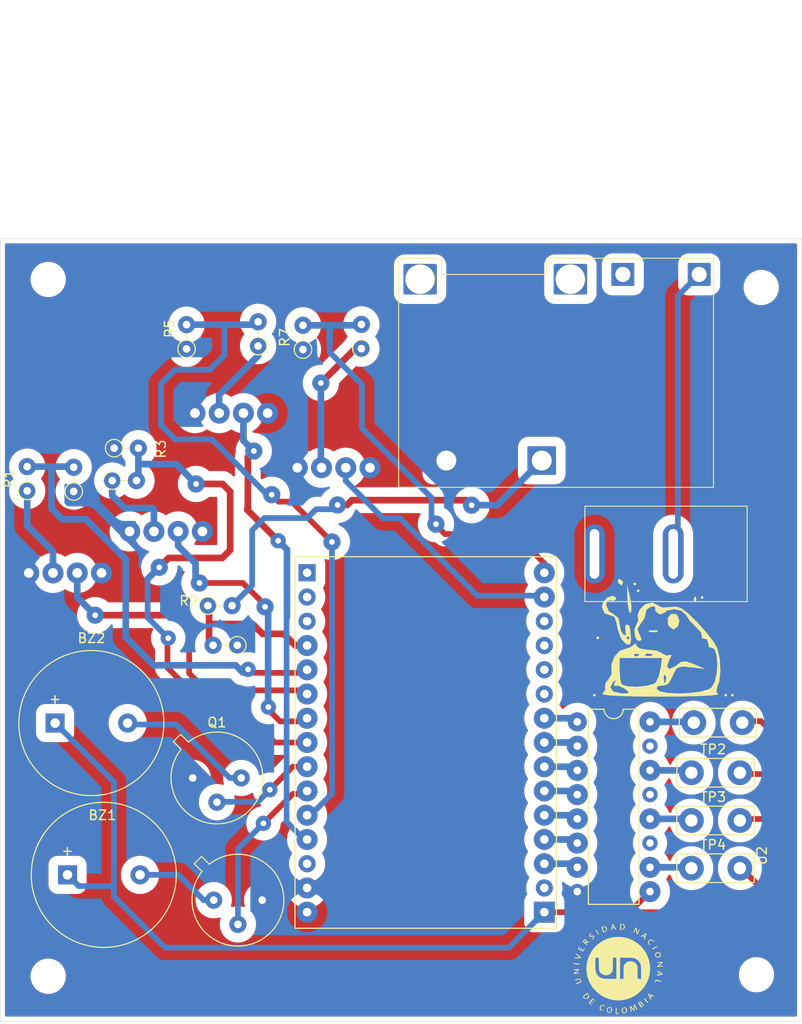
<source format=kicad_pcb>
(kicad_pcb (version 20241229) (generator "pcbnew") (generator_version "9.0")
  (layers (0 "F.Cu" signal) (2 "B.Cu" signal) (13 "F.Paste" user) (15 "B.Paste" user) (5 "F.SilkS" user "F.Silkscreen") (7 "B.SilkS" user "B.Silkscreen") (1 "F.Mask" user) (3 "B.Mask" user) (25 "Edge.Cuts" user))
  (net 0 "")
  (net 1 "ECHO1")
  (net 2 "Net-(U4-ECHO)")
  (net 3 "ECHO2")
  (net 4 "Net-(U3-ECHO)")
  (net 5 "ECHO3")
  (net 6 "Net-(U5-ECHO)")
  (net 7 "ECHO4")
  (net 8 "Net-(U6-ECHO)")
  (net 9 "TRIG3")
  (net 10 "+5V")
  (net 11 "TRIG1")
  (net 12 "TRIG2")
  (net 13 "TRIG4")
  (net 14 "+3.3V")
  (net 16 "Net-(U2-O1)")
  (net 17 "Net-(U2-O3)")
  (net 18 "Net-(U2-O5)")
  (net 19 "Net-(U2-O7)")
  (net 22 "Vout_+")
  (net 28 "Net-(U2-I2)")
  (net 29 "Net-(U2-I6)")
  (net 30 "Net-(U2-I7)")
  (net 31 "Net-(U2-I5)")
  (net 32 "Net-(U2-I3)")
  (net 33 "Net-(U2-I1)")
  (net 34 "Net-(U2-I4)")
  (net 35 "GND")
  (net 36 "+BATT")
  (net 37 "Net-(BZ2--)")
  (net 38 "/vout_bat_adc")
  (net 39 "/buzzer1")
  (net 40 "/buzzer2")
  (net 41 "BAT_+")
  (net 42 "Net-(BZ1--)")
  (net 43 "IN_")
  (footprint "MountingHole:MountingHole_3.2mm_M3" (layer "F.Cu") (at 22.025 21.025)
    (property "Reference" "REF**" (hide yes))
    (property "Value" "MountingHole_3.2mm_M3" (hide yes))
    (pad "" np_thru_hole circle (at 0 0) (size 3.2 3.2) (drill 3.2) (layers "*.Cu" "*.Mask"))
  )
  (footprint "Library:CARGADOR" (layer "F.Cu") (at 96.75 -8 180)
    (property "Reference" "U8" (hide yes))
    (property "Value" "~" (hide yes))
    (pad "1" thru_hole roundrect (at 23 -48 180) (size 3 3) (drill 2) (layers "*.Cu" "*.Mask") (roundrect_rratio 0.05) (net 36 "+BATT"))
    (pad "2" thru_hole roundrect (at 33 -48 180) (size 3 3) (drill 2) (layers "*.Cu" "*.Mask") (roundrect_rratio 0.05) (net 35 "GND"))
    (pad "4" thru_hole roundrect (at 20 -29 180) (size 3.5 3.2) (drill 3) (layers "*.Cu" "*.Mask") (roundrect_rratio 0.05) (net 41 "BAT_+"))
    (pad "5" thru_hole roundrect (at 14.5 -28.5 180) (size 2.4 2.4) (drill 1.5) (layers "*.Cu" "*.Mask") (roundrect_rratio 0.05) (net 43 "IN_"))
    (pad "6" thru_hole roundrect (at 6.5 -28.5 180) (size 2.4 2.4) (drill 1.5) (layers "*.Cu" "*.Mask") (roundrect_rratio 0.05) (net 22 "Vout_+"))
    (pad "7" thru_hole roundrect (at 35.75 -29 180) (size 3.5 3.2) (drill 3) (layers "*.Cu" "*.Mask") (roundrect_rratio 0.05))
  )
  (footprint "TestPoint:TestPoint_Bridge_Pitch5.08mm_Drill1.3mm" (layer "F.Cu") (at 94.5125 72.705 180)
    (property "Reference" "TP2" (at 2.8 2.457228 0) (layer "F.SilkS"))
    (property "Value" "TestPoint_2Pole" (hide yes))
    (pad "1" thru_hole circle (at 0 0 180) (size 2.6 2.6) (drill 1.3) (layers "*.Cu" "*.Mask") (net 14 "+3.3V"))
    (pad "1" thru_hole circle (at 5.08 0 180) (size 2.6 2.6) (drill 1.3) (layers "*.Cu" "*.Mask") (net 17 "Net-(U2-O3)"))
  )
  (footprint "MountingHole:MountingHole_3.2mm_M3" (layer "F.Cu") (at 22.025 94.025)
    (property "Reference" "REF**" (hide yes))
    (property "Value" "MountingHole_3.2mm_M3" (hide yes))
    (pad "" np_thru_hole circle (at 0 0) (size 3.2 3.2) (drill 3.2) (layers "*.Cu" "*.Mask"))
  )
  (footprint "Library:SWITCH" (layer "F.Cu") (at 85.275 49.775 -90)
    (property "Reference" "SW2" (hide yes))
    (property "Value" "SW_DPST_x2" (hide yes))
    (pad "1" thru_hole oval (at 0 6 270) (size 6.2 2.2) (drill oval 5.2 1) (layers "*.Cu" "*.Mask") (net 10 "+5V"))
    (pad "2" thru_hole oval (at 0 -2.25 270) (size 6.2 2.2) (drill oval 5.2 1) (layers "*.Cu" "*.Mask") (net 22 "Vout_+"))
  )
  (footprint "Resistor_THT:R_Axial_DIN0204_L3.6mm_D1.6mm_P2.54mm_Vertical" (layer "F.Cu") (at 44.025 28 90)
    (property "Reference" "R6" (hide yes))
    (property "Value" "10 Kohm")
    (pad "1" thru_hole circle (at 0 0 90) (size 1.8 1.8) (drill 0.8) (layers "*.Cu" "*.Mask") (net 6 "Net-(U5-ECHO)"))
    (pad "2" thru_hole circle (at 2.54 0 90) (size 1.8 1.8) (drill 0.8) (layers "*.Cu" "*.Mask") (net 5 "ECHO3"))
  )
  (footprint "MountingHole:MountingHole_3.2mm_M3" (layer "F.Cu") (at 96.75 21.867772)
    (property "Reference" "REF**" (hide yes))
    (property "Value" "MountingHole_3.2mm_M3" (hide yes))
    (pad "" np_thru_hole circle (at 0 0) (size 3.2 3.2) (drill 3.2) (layers "*.Cu" "*.Mask"))
  )
  (footprint "Resistor_THT:R_Axial_DIN0204_L3.6mm_D1.6mm_P2.54mm_Vertical" (layer "F.Cu") (at 19.825 43.175 90)
    (property "Reference" "R1" (at 1.27 -1.92 90) (layer "F.SilkS"))
    (property "Value" "10 Kohm" (hide yes))
    (pad "1" thru_hole circle (at 0 0 90) (size 1.8 1.8) (drill 0.8) (layers "*.Cu" "*.Mask") (net 2 "Net-(U4-ECHO)"))
    (pad "2" thru_hole circle (at 2.54 0 90) (size 1.8 1.8) (drill 0.8) (layers "*.Cu" "*.Mask") (net 1 "ECHO1"))
  )
  (footprint "Package_TO_SOT_THT:TO-39-3" (layer "F.Cu") (at 37.17 73.25)
    (property "Reference" "Q1" (at 2.54 -5.81 0) (layer "F.SilkS"))
    (property "Value" "Q_NPN_EBC")
    (pad "1" thru_hole circle (at 0 0) (size 1.8 1.8) (drill 0.8) (layers "*.Cu" "*.Mask") (net 35 "GND"))
    (pad "2" thru_hole circle (at 2.54 2.54) (size 1.8 1.8) (drill 0.8) (layers "*.Cu" "*.Mask") (net 40 "/buzzer2"))
    (pad "3" thru_hole circle (at 5.08 0) (size 1.8 1.8) (drill 0.8) (layers "*.Cu" "*.Mask") (net 37 "Net-(BZ2--)"))
  )
  (footprint "TestPoint:TestPoint_Bridge_Pitch5.08mm_Drill1.3mm" (layer "F.Cu") (at 94.7625 67.455 180)
    (property "Reference" "TP1" (hide yes))
    (property "Value" "TestPoint_2Pole")
    (pad "1" thru_hole circle (at 0 0 180) (size 2.6 2.6) (drill 1.3) (layers "*.Cu" "*.Mask") (net 14 "+3.3V"))
    (pad "1" thru_hole circle (at 5.08 0 180) (size 2.6 2.6) (drill 1.3) (layers "*.Cu" "*.Mask") (net 16 "Net-(U2-O1)"))
  )
  (footprint "Resistor_THT:R_Axial_DIN0204_L3.6mm_D1.6mm_P2.54mm_Vertical" (layer "F.Cu") (at 28.735 42.1)
    (property "Reference" "R4" (hide yes))
    (property "Value" "10 Kohm")
    (pad "1" thru_hole circle (at 0 0) (size 1.8 1.8) (drill 0.8) (layers "*.Cu" "*.Mask") (net 4 "Net-(U3-ECHO)"))
    (pad "2" thru_hole circle (at 2.54 0) (size 1.8 1.8) (drill 0.8) (layers "*.Cu" "*.Mask") (net 3 "ECHO2"))
  )
  (footprint "Resistor_THT:R_Axial_DIN0204_L3.6mm_D1.6mm_P2.54mm_Vertical" (layer "F.Cu") (at 38.755 55.2)
    (property "Reference" "R9" (at -2.005 -0.5 0) (layer "F.SilkS"))
    (property "Value" "100 Kohm" (hide yes))
    (pad "1" thru_hole circle (at 0 0) (size 1.8 1.8) (drill 0.8) (layers "*.Cu" "*.Mask") (net 38 "/vout_bat_adc"))
    (pad "2" thru_hole circle (at 2.54 0) (size 1.8 1.8) (drill 0.8) (layers "*.Cu" "*.Mask") (net 36 "+BATT"))
  )
  (footprint "TestPoint:TestPoint_Bridge_Pitch5.08mm_Drill1.3mm" (layer "F.Cu") (at 94.5125 82.705 180)
    (property "Reference" "TP4" (at 2.8 2.457228 0) (layer "F.SilkS"))
    (property "Value" "TestPoint_2Pole" (hide yes))
    (pad "1" thru_hole circle (at 0 0 180) (size 2.6 2.6) (drill 1.3) (layers "*.Cu" "*.Mask") (net 14 "+3.3V"))
    (pad "1" thru_hole circle (at 5.08 0 180) (size 2.6 2.6) (drill 1.3) (layers "*.Cu" "*.Mask") (net 19 "Net-(U2-O7)"))
  )
  (footprint "Resistor_THT:R_Axial_DIN0204_L3.6mm_D1.6mm_P2.54mm_Vertical" (layer "F.Cu") (at 48.725 28.37 90)
    (property "Reference" "R7" (at 1.27 -1.92 90) (layer "F.SilkS"))
    (property "Value" "15Kohm" (hide yes))
    (pad "1" thru_hole circle (at 0 0 90) (size 1.8 1.8) (drill 0.8) (layers "*.Cu" "*.Mask") (net 35 "GND"))
    (pad "2" thru_hole circle (at 2.54 0 90) (size 1.8 1.8) (drill 0.8) (layers "*.Cu" "*.Mask") (net 7 "ECHO4"))
  )
  (footprint "MountingHole:MountingHole_3.2mm_M3" (layer "F.Cu") (at 96.25 93.867772)
    (property "Reference" "REF**" (hide yes))
    (property "Value" "MountingHole_3.2mm_M3" (hide yes))
    (pad "" np_thru_hole circle (at 0 0) (size 3.2 3.2) (drill 3.2) (layers "*.Cu" "*.Mask"))
  )
  (footprint "HC-SR04 (1):XCVR_HC-SR04" (layer "F.Cu") (at 41.215 35.03 180)
    (property "Reference" "U5" (hide yes))
    (property "Value" "HC-SR04" (hide yes))
    (pad "1" thru_hole circle (at -3.81 0 180) (size 2.2 2.2) (drill 1.02) (layers "*.Cu" "*.Mask") (net 10 "+5V"))
    (pad "2" thru_hole circle (at -1.27 0 180) (size 2.2 2.2) (drill 1.02) (layers "*.Cu" "*.Mask") (net 9 "TRIG3"))
    (pad "3" thru_hole circle (at 1.27 0 180) (size 2.2 2.2) (drill 1.02) (layers "*.Cu" "*.Mask") (net 6 "Net-(U5-ECHO)"))
    (pad "4" thru_hole circle (at 3.81 0 180) (size 2.2 2.2) (drill 1.02) (layers "*.Cu" "*.Mask") (net 35 "GND"))
  )
  (footprint "Resistor_THT:R_Axial_DIN0204_L3.6mm_D1.6mm_P2.54mm_Vertical" (layer "F.Cu") (at 28.935 38.7)
    (property "Reference" "R3" (at 4.900971 0.1 90) (layer "F.SilkS"))
    (property "Value" "15Kohm" (hide yes))
    (pad "1" thru_hole circle (at 0 0) (size 1.8 1.8) (drill 0.8) (layers "*.Cu" "*.Mask") (net 35 "GND"))
    (pad "2" thru_hole circle (at 2.54 0) (size 1.8 1.8) (drill 0.8) (layers "*.Cu" "*.Mask") (net 3 "ECHO2"))
  )
  (footprint "HC-SR04 (1):XCVR_HC-SR04" (layer "F.Cu") (at 51.94 40.75 180)
    (property "Reference" "U6" (hide yes))
    (property "Value" "HC-SR04" (hide yes))
    (pad "1" thru_hole circle (at -3.81 0 180) (size 2.2 2.2) (drill 1.02) (layers "*.Cu" "*.Mask") (net 10 "+5V"))
    (pad "2" thru_hole circle (at -1.27 0 180) (size 2.2 2.2) (drill 1.02) (layers "*.Cu" "*.Mask") (net 13 "TRIG4"))
    (pad "3" thru_hole circle (at 1.27 0 180) (size 2.2 2.2) (drill 1.02) (layers "*.Cu" "*.Mask") (net 8 "Net-(U6-ECHO)"))
    (pad "4" thru_hole circle (at 3.81 0 180) (size 2.2 2.2) (drill 1.02) (layers "*.Cu" "*.Mask") (net 35 "GND"))
  )
  (footprint "Resistor_THT:R_Axial_DIN0204_L3.6mm_D1.6mm_P2.54mm_Vertical" (layer "F.Cu") (at 36.525 28.3 90)
    (property "Reference" "R5" (at 2.125 -1.775 90) (layer "F.SilkS"))
    (property "Value" "15Kohm" (hide yes))
    (pad "1" thru_hole circle (at 0 0 90) (size 1.8 1.8) (drill 0.8) (layers "*.Cu" "*.Mask") (net 35 "GND"))
    (pad "2" thru_hole circle (at 2.54 0 90) (size 1.8 1.8) (drill 0.8) (layers "*.Cu" "*.Mask") (net 5 "ECHO3"))
  )
  (footprint "Resistor_THT:R_Axial_DIN0204_L3.6mm_D1.6mm_P2.54mm_Vertical" (layer "F.Cu") (at 54.85 28.275 90)
    (property "Reference" "R8" (hide yes))
    (property "Value" "10 Kohm")
    (pad "1" thru_hole circle (at 0 0 90) (size 1.8 1.8) (drill 0.8) (layers "*.Cu" "*.Mask") (net 8 "Net-(U6-ECHO)"))
    (pad "2" thru_hole circle (at 2.54 0 90) (size 1.8 1.8) (drill 0.8) (layers "*.Cu" "*.Mask") (net 7 "ECHO4"))
  )
  (footprint "DEVKIT_V1_ESP32-WROOM-32 (1):MODULE_DEVKIT_V1_ESP32-WROOM-32" (layer "F.Cu") (at 58.4175 65.095)
    (property "Reference" "U7" (hide yes))
    (property "Value" "DEVKIT_V1_ESP32-WROOM-32" (hide yes))
    (pad "1" thru_hole rect (at -9.26 -13.34) (size 1.8 1.8) (drill 0.9) (layers "*.Cu" "*.Mask"))
    (pad "2" thru_hole circle (at -9.26 -10.8) (size 1.8 1.8) (drill 0.9) (layers "*.Cu" "*.Mask"))
    (pad "3" thru_hole circle (at -9.26 -8.26) (size 1.8 1.8) (drill 0.9) (layers "*.Cu" "*.Mask"))
    (pad "4" thru_hole circle (at -9.26 -5.72) (size 2.2 2.2) (drill 0.9) (layers "*.Cu" "*.Mask") (net 38 "/vout_bat_adc"))
    (pad "5" thru_hole circle (at -9.26 -3.18) (size 2.2 2.2) (drill 0.9) (layers "*.Cu" "*.Mask") (net 1 "ECHO1"))
    (pad "6" thru_hole circle (at -9.26 -0.64) (size 2.2 2.2) (drill 0.9) (layers "*.Cu" "*.Mask") (net 11 "TRIG1"))
    (pad "7" thru_hole circle (at -9.26 1.9) (size 2.2 2.2) (drill 0.9) (layers "*.Cu" "*.Mask") (net 12 "TRIG2"))
    (pad "8" thru_hole circle (at -9.26 4.44) (size 2.2 2.2) (drill 0.9) (layers "*.Cu" "*.Mask") (net 3 "ECHO2"))
    (pad "9" thru_hole circle (at -9.26 6.98) (size 2.2 2.2) (drill 0.9) (layers "*.Cu" "*.Mask") (net 40 "/buzzer2"))
    (pad "10" thru_hole circle (at -9.26 9.52) (size 2.2 2.2) (drill 0.9) (layers "*.Cu" "*.Mask") (net 39 "/buzzer1"))
    (pad "11" thru_hole circle (at -9.26 12.06) (size 2.2 2.2) (drill 0.9) (layers "*.Cu" "*.Mask") (net 5 "ECHO3"))
    (pad "12" thru_hole circle (at -9.26 14.6) (size 2.2 2.2) (drill 0.9) (layers "*.Cu" "*.Mask") (net 9 "TRIG3"))
    (pad "13" thru_hole circle (at -9.26 17.14) (size 1.8 1.8) (drill 0.9) (layers "*.Cu" "*.Mask"))
    (pad "14" thru_hole circle (at -9.26 19.68) (size 2.2 2.2) (drill 0.9) (layers "*.Cu" "*.Mask") (net 35 "GND"))
    (pad "15" thru_hole circle (at -9.26 22.22) (size 2.2 2.2) (drill 0.9) (layers "*.Cu" "*.Mask") (net 10 "+5V"))
    (pad "16" thru_hole rect (at 15.6 22.22) (size 2.2 2.2) (drill 0.9) (layers "*.Cu" "*.Mask") (net 14 "+3.3V"))
    (pad "17" thru_hole circle (at 15.6 19.68) (size 1.8 1.8) (drill 0.9) (layers "*.Cu" "*.Mask"))
    (pad "18" thru_hole circle (at 15.6 17.14) (size 2.2 2.2) (drill 0.9) (layers "*.Cu" "*.Mask") (net 30 "Net-(U2-I7)"))
    (pad "19" thru_hole circle (at 15.6 14.6) (size 2.2 2.2) (drill 0.9) (layers "*.Cu" "*.Mask") (net 29 "Net-(U2-I6)"))
    (pad "20" thru_hole circle (at 15.6 12.06) (size 2.2 2.2) (drill 0.9) (layers "*.Cu" "*.Mask") (net 31 "Net-(U2-I5)"))
    (pad "21" thru_hole circle (at 15.6 9.52) (size 2.2 2.2) (drill 0.9) (layers "*.Cu" "*.Mask") (net 34 "Net-(U2-I4)"))
    (pad "22" thru_hole circle (at 15.6 6.98) (size 2.2 2.2) (drill 0.9) (layers "*.Cu" "*.Mask") (net 32 "Net-(U2-I3)"))
    (pad "23" thru_hole circle (at 15.6 4.44) (size 2.2 2.2) (drill 0.9) (layers "*.Cu" "*.Mask") (net 28 "Net-(U2-I2)"))
    (pad "24" thru_hole circle (at 15.6 1.9) (size 2.2 2.2) (drill 0.9) (layers "*.Cu" "*.Mask") (net 33 "Net-(U2-I1)"))
    (pad "25" thru_hole circle (at 15.6 -0.64) (size 1.8 1.8) (drill 0.9) (layers "*.Cu" "*.Mask"))
    (pad "26" thru_hole circle (at 15.6 -3.18) (size 1.8 1.8) (drill 0.9) (layers "*.Cu" "*.Mask"))
    (pad "27" thru_hole circle (at 15.6 -5.72) (size 1.8 1.8) (drill 0.9) (layers "*.Cu" "*.Mask"))
    (pad "28" thru_hole circle (at 15.6 -8.26) (size 1.8 1.8) (drill 0.9) (layers "*.Cu" "*.Mask"))
    (pad "29" thru_hole circle (at 15.6 -10.8) (size 2.2 2.2) (drill 0.9) (layers "*.Cu" "*.Mask") (net 13 "TRIG4"))
    (pad "30" thru_hole circle (at 15.6 -13.34) (size 2.2 2.2) (drill 0.9) (layers "*.Cu" "*.Mask") (net 7 "ECHO4"))
  )
  (footprint "Package_TO_SOT_THT:TO-39-3" (layer "F.Cu") (at 39.37 86.05)
    (property "Reference" "Q4" (hide yes))
    (property "Value" "NPN")
    (pad "1" thru_hole circle (at 0 0) (size 1.8 1.8) (drill 0.8) (layers "*.Cu" "*.Mask") (net 42 "Net-(BZ1--)"))
    (pad "2" thru_hole circle (at 2.54 2.54) (size 1.8 1.8) (drill 0.8) (layers "*.Cu" "*.Mask") (net 39 "/buzzer1"))
    (pad "3" thru_hole circle (at 5.08 0) (size 1.8 1.8) (drill 0.8) (layers "*.Cu" "*.Mask") (net 35 "GND"))
  )
  (footprint "TestPoint:TestPoint_Bridge_Pitch5.08mm_Drill1.3mm" (layer "F.Cu") (at 94.5125 77.705 180)
    (property "Reference" "TP3" (at 2.8 2.457228 0) (layer "F.SilkS"))
    (property "Value" "TestPoint_2Pole" (hide yes))
    (pad "1" thru_hole circle (at 0 0 180) (size 2.6 2.6) (drill 1.3) (layers "*.Cu" "*.Mask") (net 14 "+3.3V"))
    (pad "1" thru_hole circle (at 5.08 0 180) (size 2.6 2.6) (drill 1.3) (layers "*.Cu" "*.Mask") (net 18 "Net-(U2-O5)"))
  )
  (footprint "Resistor_THT:R_Axial_DIN0204_L3.6mm_D1.6mm_P2.54mm_Vertical" (layer "F.Cu") (at 41.845 59.35 180)
    (property "Reference" "R10" (hide yes))
    (property "Value" "100 Kohm")
    (pad "1" thru_hole circle (at 0 0 180) (size 1.8 1.8) (drill 0.8) (layers "*.Cu" "*.Mask") (net 35 "GND"))
    (pad "2" thru_hole circle (at 2.54 0 180) (size 1.8 1.8) (drill 0.8) (layers "*.Cu" "*.Mask") (net 38 "/vout_bat_adc"))
  )
  (footprint "HC-SR04 (1):XCVR_HC-SR04" (layer "F.Cu") (at 34.375 47.425 180)
    (property "Reference" "U3" (hide yes))
    (property "Value" "HC-SR04" (hide yes))
    (pad "1" thru_hole circle (at -3.81 0 180) (size 2.2 2.2) (drill 1.02) (layers "*.Cu" "*.Mask") (net 10 "+5V"))
    (pad "2" thru_hole circle (at -1.27 0 180) (size 2.2 2.2) (drill 1.02) (layers "*.Cu" "*.Mask") (net 12 "TRIG2"))
    (pad "3" thru_hole circle (at 1.27 0 180) (size 2.2 2.2) (drill 1.02) (layers "*.Cu" "*.Mask") (net 4 "Net-(U3-ECHO)"))
    (pad "4" thru_hole circle (at 3.81 0 180) (size 2.2 2.2) (drill 1.02) (layers "*.Cu" "*.Mask") (net 35 "GND"))
  )
  (footprint "Resistor_THT:R_Axial_DIN0204_L3.6mm_D1.6mm_P2.54mm_Vertical" (layer "F.Cu") (at 24.7 43.24 90)
    (property "Reference" "R2" (hide yes))
    (property "Value" "15Kohm")
    (pad "1" thru_hole circle (at 0 0 90) (size 1.8 1.8) (drill 0.8) (layers "*.Cu" "*.Mask") (net 35 "GND"))
    (pad "2" thru_hole circle (at 2.54 0 90) (size 1.8 1.8) (drill 0.8) (layers "*.Cu" "*.Mask") (net 1 "ECHO1"))
  )
  (footprint "LOGO" (layer "F.Cu") (at 81.75 93.25)
    (property "Reference" "G***" (hide yes))
    (property "Value" "LOGO" (hide yes))
  )
  (footprint "LOGO" (layer "F.Cu") (at 86.147223 58.75139)
    (property "Reference" "G***" (hide yes))
    (property "Value" "LOGO" (hide yes))
  )
  (footprint "Buzzer_Beeper:Buzzer_15x7.5RM7.6" (layer "F.Cu") (at 24.05 83.4)
    (property "Reference" "BZ1" (at 3.65 -6.25 0) (layer "F.SilkS"))
    (property "Value" "Buzzer")
    (fp_text user "+" (at -0.01 -2.54 0) (layer "F.SilkS"))
    (pad "1" thru_hole rect (at 0 0) (size 2 2) (drill 1) (layers "*.Cu" "*.Mask") (net 14 "+3.3V"))
    (pad "2" thru_hole circle (at 7.6 0) (size 2 2) (drill 1) (layers "*.Cu" "*.Mask") (net 42 "Net-(BZ1--)"))
  )
  (footprint "Package_DIP:DIP-16_W7.62mm" (layer "F.Cu") (at 77.4725 67.375)
    (property "Reference" "U2" (at 19.35 14.012772 90) (layer "F.SilkS"))
    (property "Value" "ULN2003A")
    (pad "1" thru_hole circle (at 0 0) (size 2 2) (drill 0.8) (layers "*.Cu" "*.Mask") (net 33 "Net-(U2-I1)"))
    (pad "2" thru_hole circle (at 0 2.54) (size 2.2 2.2) (drill 0.8) (layers "*.Cu" "*.Mask") (net 28 "Net-(U2-I2)"))
    (pad "3" thru_hole circle (at 0 5.08) (size 2.2 2.2) (drill 0.8) (layers "*.Cu" "*.Mask") (net 32 "Net-(U2-I3)"))
    (pad "4" thru_hole circle (at 0 7.62) (size 2.2 2.2) (drill 0.8) (layers "*.Cu" "*.Mask") (net 34 "Net-(U2-I4)"))
    (pad "5" thru_hole circle (at 0 10.16) (size 2.2 2.2) (drill 0.8) (layers "*.Cu" "*.Mask") (net 31 "Net-(U2-I5)"))
    (pad "6" thru_hole circle (at 0 12.7) (size 2.2 2.2) (drill 0.8) (layers "*.Cu" "*.Mask") (net 29 "Net-(U2-I6)"))
    (pad "7" thru_hole circle (at 0 15.24) (size 2.2 2.2) (drill 0.8) (layers "*.Cu" "*.Mask") (net 30 "Net-(U2-I7)"))
    (pad "8" thru_hole circle (at 0 17.78) (size 1.6 1.6) (drill 0.8) (layers "*.Cu" "*.Mask") (net 35 "GND"))
    (pad "9" thru_hole circle (at 7.62 17.78) (size 2.2 2.2) (drill 0.8) (layers "*.Cu" "*.Mask") (net 14 "+3.3V"))
    (pad "10" thru_hole circle (at 7.62 15.24) (size 2.2 2.2) (drill 0.8) (layers "*.Cu" "*.Mask") (net 19 "Net-(U2-O7)"))
    (pad "11" thru_hole circle (at 7.62 12.7) (size 1.6 1.6) (drill 0.8) (layers "*.Cu" "*.Mask"))
    (pad "12" thru_hole circle (at 7.62 10.16) (size 2.2 2.2) (drill 0.8) (layers "*.Cu" "*.Mask") (net 18 "Net-(U2-O5)"))
    (pad "13" thru_hole circle (at 7.62 7.62) (size 1.6 1.6) (drill 0.8) (layers "*.Cu" "*.Mask"))
    (pad "14" thru_hole circle (at 7.62 5.08) (size 2.2 2.2) (drill 0.8) (layers "*.Cu" "*.Mask") (net 17 "Net-(U2-O3)"))
    (pad "15" thru_hole circle (at 7.62 2.54) (size 1.6 1.6) (drill 0.8) (layers "*.Cu" "*.Mask"))
    (pad "16" thru_hole circle (at 7.62 0) (size 2.2 2.2) (drill 0.8) (layers "*.Cu" "*.Mask") (net 16 "Net-(U2-O1)"))
  )
  (footprint "Buzzer_Beeper:Buzzer_15x7.5RM7.6" (layer "F.Cu") (at 22.75 67.5)
    (property "Reference" "BZ2" (at 3.81 -8.89 0) (layer "F.SilkS"))
    (property "Value" "Buzzer")
    (fp_text user "+" (at -0.01 -2.54 0) (layer "F.SilkS"))
    (pad "1" thru_hole rect (at 0 0) (size 2 2) (drill 1) (layers "*.Cu" "*.Mask") (net 14 "+3.3V"))
    (pad "2" thru_hole circle (at 7.6 0) (size 2 2) (drill 1) (layers "*.Cu" "*.Mask") (net 37 "Net-(BZ2--)"))
  )
  (footprint "HC-SR04 (1):XCVR_HC-SR04" (layer "F.Cu") (at 23.8 51.775 180)
    (property "Reference" "U4" (hide yes))
    (property "Value" "HC-SR04")
    (pad "1" thru_hole circle (at -3.81 0 180) (size 2.2 2.2) (drill 1.02) (layers "*.Cu" "*.Mask") (net 10 "+5V"))
    (pad "2" thru_hole circle (at -1.27 0 180) (size 2.2 2.2) (drill 1.02) (layers "*.Cu" "*.Mask") (net 11 "TRIG1"))
    (pad "3" thru_hole circle (at 1.27 0 180) (size 2.2 2.2) (drill 1.02) (layers "*.Cu" "*.Mask") (net 2 "Net-(U4-ECHO)"))
    (pad "4" thru_hole circle (at 3.81 0 180) (size 2.2 2.2) (drill 1.02) (layers "*.Cu" "*.Mask") (net 35 "GND"))
  )
  (gr_rect (start 17 16.75) (end 101 98.75) (stroke (width 0.05)) (fill no) (layer "Edge.Cuts"))
  (segment (start 42.975 61.875) (end 43.15 61.875) (width 0.6) (layer "F.Cu") (net 1))
  (segment (start 43.15 61.875) (end 43.5 62.225) (width 0.6) (layer "F.Cu") (net 1))
  (segment (start 44.31 62.24) (end 49.1825 62.24) (width 0.6) (layer "F.Cu") (net 1))
  (segment (start 44.295 62.225) (end 44.31 62.24) (width 0.6) (layer "F.Cu") (net 1))
  (segment (start 43.5 62.225) (end 44.295 62.225) (width 0.6) (layer "F.Cu") (net 1))
  (segment (start 24.355 40.355) (end 24.7 40.7) (width 0.6) (layer "F.Cu") (net 1))
  (segment (start 19.825 40.635) (end 20.095 40.365) (width 0.6) (layer "F.Cu") (net 1))
  (via (at 42.975 61.875) (size 1.6) (drill 0.6) (layers "F.Cu" "B.Cu") (net 1))
  (segment (start 30.15 50.325) (end 25.975 46.15) (width 0.7) (layer "B.Cu") (net 1))
  (segment (start 33.1 61.45) (end 30.15 58.5) (width 0.7) (layer "B.Cu") (net 1))
  (segment (start 24.625 40.625) (end 24.7 40.7) (width 0.7) (layer "B.Cu") (net 1))
  (segment (start 30.15 58.5) (end 30.15 50.6) (width 0.7) (layer "B.Cu") (net 1))
  (segment (start 42.65 62.2) (end 42.425 62.2) (width 0.7) (layer "B.Cu") (net 1))
  (segment (start 23.5 46.15) (end 22.375 45.025) (width 0.7) (layer "B.Cu") (net 1))
  (segment (start 19.825 40.635) (end 22.125 40.635) (width 0.7) (layer "B.Cu") (net 1))
  (segment (start 25.975 46.15) (end 23.5 46.15) (width 0.7) (layer "B.Cu") (net 1))
  (segment (start 42.425 62.2) (end 41.675 61.45) (width 0.7) (layer "B.Cu") (net 1))
  (segment (start 41.675 61.45) (end 33.1 61.45) (width 0.7) (layer "B.Cu") (net 1))
  (segment (start 30.15 50.6) (end 30.15 50.325) (width 0.7) (layer "B.Cu") (net 1))
  (segment (start 42.975 61.875) (end 42.65 62.2) (width 0.7) (layer "B.Cu") (net 1))
  (segment (start 22.125 40.635) (end 24.635 40.635) (width 0.7) (layer "B.Cu") (net 1))
  (segment (start 24.635 40.635) (end 24.7 40.7) (width 0.7) (layer "B.Cu") (net 1))
  (segment (start 22.375 45.025) (end 22.375 40.885) (width 0.7) (layer "B.Cu") (net 1))
  (segment (start 22.375 40.885) (end 22.125 40.635) (width 0.7) (layer "B.Cu") (net 1))
  (segment (start 19.825 43.175) (end 19.825 44.65) (width 0.7) (layer "B.Cu") (net 2))
  (segment (start 19.825 44.65) (end 19.825 46.825) (width 0.7) (layer "B.Cu") (net 2))
  (segment (start 22.53 49.53) (end 22.53 51.775) (width 0.7) (layer "B.Cu") (net 2))
  (segment (start 22.53 50.8025) (end 22.53 51.775) (width 0.6) (layer "B.Cu") (net 2))
  (segment (start 19.825 46.825) (end 22.53 49.53) (width 0.7) (layer "B.Cu") (net 2))
  (segment (start 39.05 66.25) (end 42.5 66.25) (width 0.6) (layer "F.Cu") (net 3))
  (segment (start 33.6625 51.1875) (end 34.65 50.2) (width 0.7) (layer "F.Cu") (net 3))
  (segment (start 31.475 41.9) (end 31.275 42.1) (width 0.6) (layer "F.Cu") (net 3))
  (segment (start 39.05 66.225) (end 39.05 66.25) (width 0.6) (layer "F.Cu") (net 3))
  (segment (start 41.1 43.25) (end 40.3 42.45) (width 0.7) (layer "F.Cu") (net 3))
  (segment (start 42.5 66.25) (end 45.785 69.535) (width 0.6) (layer "F.Cu") (net 3))
  (segment (start 34.525 61.7) (end 39.05 66.225) (width 0.6) (layer "F.Cu") (net 3))
  (segment (start 49.1825 69.56) (end 49.1825 69.86) (width 0.6) (layer "F.Cu") (net 3))
  (segment (start 40.3 42.45) (end 37.525 42.45) (width 0.7) (layer "F.Cu") (net 3))
  (segment (start 40.275 50.2) (end 41.1 49.375) (width 0.7) (layer "F.Cu") (net 3))
  (segment (start 34.525 58.675) (end 34.525 61.7) (width 0.6) (layer "F.Cu") (net 3))
  (segment (start 45.785 69.535) (end 49.1575 69.535) (width 0.6) (layer "F.Cu") (net 3))
  (segment (start 34.65 50.2) (end 40.275 50.2) (width 0.7) (layer "F.Cu") (net 3))
  (segment (start 34.6 58.6) (end 34.525 58.675) (width 0.6) (layer "F.Cu") (net 3))
  (segment (start 49.1575 69.535) (end 49.1825 69.56) (width 0.6) (layer "F.Cu") (net 3))
  (segment (start 41.1 49.375) (end 41.1 43.25) (width 0.7) (layer "F.Cu") (net 3))
  (via (at 37.525 42.45) (size 1.8) (drill 0.6) (layers "F.Cu" "B.Cu") (net 3))
  (via (at 33.6625 51.1875) (size 1.8) (drill 0.6) (layers "F.Cu" "B.Cu") (net 3))
  (via (at 34.6 58.6) (size 1.6) (drill 0.6) (layers "F.Cu" "B.Cu") (net 3))
  (segment (start 32.45 52.4) (end 32.45 56.45) (width 0.6) (layer "B.Cu") (net 3))
  (segment (start 33.6625 51.1875) (end 32.45 52.4) (width 0.7) (layer "B.Cu") (net 3))
  (segment (start 31.475 41.9) (end 31.275 42.1) (width 0.7) (layer "B.Cu") (net 3))
  (segment (start 31.475 38.7) (end 31.475 40.275) (width 0.7) (layer "B.Cu") (net 3))
  (segment (start 31.475 40.275) (end 31.475 41.9) (width 0.7) (layer "B.Cu") (net 3))
  (segment (start 35.45 40.375) (end 37.525 42.45) (width 0.7) (layer "B.Cu") (net 3))
  (segment (start 31.475 40.275) (end 31.575 40.375) (width 0.7) (layer "B.Cu") (net 3))
  (segment (start 31.575 40.375) (end 35.45 40.375) (width 0.7) (layer "B.Cu") (net 3))
  (segment (start 32.45 56.45) (end 34.6 58.6) (width 0.6) (layer "B.Cu") (net 3))
  (segment (start 32.95 44.975) (end 33.105 45.13) (width 0.7) (layer "B.Cu") (net 4))
  (segment (start 28.735 42.1) (end 28.735 42.524029) (width 0.6) (layer "B.Cu") (net 4))
  (segment (start 28.735 43.66) (end 30.05 44.975) (width 0.7) (layer "B.Cu") (net 4))
  (segment (start 28.735 42.1) (end 28.735 43.66) (width 0.7) (layer "B.Cu") (net 4))
  (segment (start 30.05 44.975) (end 32.95 44.975) (width 0.7) (layer "B.Cu") (net 4))
  (segment (start 33.105 45.13) (end 33.105 47.425) (width 0.7) (layer "B.Cu") (net 4))
  (segment (start 43.888333 25.323333) (end 44.025 25.46) (width 0.6) (layer "F.Cu") (net 5))
  (segment (start 46.175 44.3) (end 47.5375 44.3) (width 0.6) (layer "F.Cu") (net 5))
  (segment (start 47.5375 44.3) (end 51.7625 48.525) (width 0.6) (layer "F.Cu") (net 5))
  (segment (start 51.5125 48.525) (end 51.7625 48.525) (width 0.2) (layer "F.Cu") (net 5))
  (segment (start 36.525 25.76) (end 36.538333 25.773333) (width 0.6) (layer "F.Cu") (net 5))
  (segment (start 45.45 43.575) (end 46.175 44.3) (width 0.6) (layer "F.Cu") (net 5))
  (segment (start 36.525 25.76) (end 36.838333 26.073333) (width 0.6) (layer "F.Cu") (net 5))
  (segment (start 43.938333 25.373333) (end 44.025 25.46) (width 0.6) (layer "F.Cu") (net 5))
  (via (at 51.7625 48.525) (size 1.8) (drill 0.6) (layers "F.Cu" "B.Cu") (net 5))
  (via (at 45.45 43.575) (size 1.8) (drill 0.6) (layers "F.Cu" "B.Cu") (net 5))
  (segment (start 44.025 25.46) (end 43.725 25.76) (width 0.7) (layer "B.Cu") (net 5))
  (segment (start 51.7625 48.525) (end 51.7625 74.9) (width 0.6) (layer "B.Cu") (net 5))
  (segment (start 40.5 28.951667) (end 40.5 25.76) (width 0.6) (layer "B.Cu") (net 5))
  (segment (start 51.7625 74.9) (end 49.1825 77.48) (width 0.6) (layer "B.Cu") (net 5))
  (segment (start 45.45 43.575) (end 44.975 43.575) (width 0.6) (layer "B.Cu") (net 5))
  (segment (start 33.85 36.3) (end 33.85 31.95) (width 0.6) (layer "B.Cu") (net 5))
  (segment (start 38.971667 30.48) (end 40.5 28.951667) (width 0.6) (layer "B.Cu") (net 5))
  (segment (start 44.025 25.46) (end 43.735 25.75) (width 0.7) (layer "B.Cu") (net 5))
  (segment (start 43.725 25.76) (end 36.525 25.76) (width 0.7) (layer "B.Cu") (net 5))
  (segment (start 35.32 30.48) (end 38.971667 30.48) (width 0.6) (layer "B.Cu") (net 5))
  (segment (start 44.975 43.575) (end 39.175 37.775) (width 0.6) (layer "B.Cu") (net 5))
  (segment (start 39.175 37.775) (end 35.325 37.775) (width 0.6) (layer "B.Cu") (net 5))
  (segment (start 33.85 31.95) (end 35.32 30.48) (width 0.6) (layer "B.Cu") (net 5))
  (segment (start 35.325 37.775) (end 33.85 36.3) (width 0.6) (layer "B.Cu") (net 5))
  (segment (start 44.025 28) (end 43.9 28) (width 0.6) (layer "F.Cu") (net 6))
  (segment (start 39.945 33.105) (end 39.945 35.03) (width 0.7) (layer "B.Cu") (net 6))
  (segment (start 44.025 29.025) (end 39.945 33.105) (width 0.7) (layer "B.Cu") (net 6))
  (segment (start 44.025 28) (end 44.025 29.025) (width 0.7) (layer "B.Cu") (net 6))
  (segment (start 48.725 25.83) (end 48.746667 25.851667) (width 0.6) (layer "F.Cu") (net 7))
  (segment (start 62.6625 46.6625) (end 63 47) (width 0.6) (layer "F.Cu") (net 7))
  (segment (start 70.95 47.7) (end 74.0175 50.7675) (width 0.6) (layer "F.Cu") (net 7))
  (segment (start 63 47) (end 63 47.1) (width 0.6) (layer "F.Cu") (net 7))
  (segment (start 48.753333 25.801667) (end 48.725 25.83) (width 0.6) (layer "F.Cu") (net 7))
  (segment (start 54.85 25.735) (end 54.783333 25.801667) (width 0.6) (layer "F.Cu") (net 7))
  (segment (start 63 47.1) (end 63.6 47.7) (width 0.6) (layer "F.Cu") (net 7))
  (segment (start 74.0175 50.7675) (end 74.0175 51.755) (width 0.6) (layer "F.Cu") (net 7))
  (segment (start 63.6 47.7) (end 70.95 47.7) (width 0.6) (layer "F.Cu") (net 7))
  (via (at 62.6625 46.6625) (size 1.8) (drill 0.6) (layers "F.Cu" "B.Cu") (net 7))
  (segment (start 51.775 25.83) (end 54.755 25.83) (width 0.7) (layer "B.Cu") (net 7))
  (segment (start 54.9 32.025) (end 54.9 36.6) (width 0.6) (layer "B.Cu") (net 7))
  (segment (start 62.2 43.9) (end 62.2 46.2) (width 0.6) (layer "B.Cu") (net 7))
  (segment (start 54.9 36.6) (end 62.2 43.9) (width 0.6) (layer "B.Cu") (net 7))
  (segment (start 54.755 25.83) (end 54.85 25.735) (width 0.7) (layer "B.Cu") (net 7))
  (segment (start 48.725 25.83) (end 51.775 25.83) (width 0.7) (layer "B.Cu") (net 7))
  (segment (start 51.525 27.625) (end 51.525 26.08) (width 0.7) (layer "B.Cu") (net 7))
  (segment (start 51.525 26.08) (end 51.775 25.83) (width 0.7) (layer "B.Cu") (net 7))
  (segment (start 51.525 28.65) (end 54.9 32.025) (width 0.6) (layer "B.Cu") (net 7))
  (segment (start 62.2 46.2) (end 62.6625 46.6625) (width 0.6) (layer "B.Cu") (net 7))
  (segment (start 51.525 27.625) (end 51.525 28.65) (width 0.6) (layer "B.Cu") (net 7))
  (segment (start 50.6 31.875) (end 54.2 28.275) (width 0.7) (layer "F.Cu") (net 8))
  (segment (start 53.968333 28.275) (end 53.968333 28.365) (width 0.2) (layer "F.Cu") (net 8))
  (segment (start 54.2 28.275) (end 54.85 28.275) (width 0.7) (layer "F.Cu") (net 8))
  (via (at 50.6 31.875) (size 1.8) (drill 0.6) (layers "F.Cu" "B.Cu") (net 8))
  (segment (start 50.6 40.68) (end 50.6 31.875) (width 0.7) (layer "B.Cu") (net 8))
  (segment (start 50.67 40.75) (end 50.6 40.68) (width 0.7) (layer "B.Cu") (net 8))
  (segment (start 42.9 45.175) (end 46.125 48.4) (width 0.7) (layer "F.Cu") (net 9))
  (segment (start 43.575 39) (end 42.95 39.625) (width 0.7) (layer "F.Cu") (net 9))
  (segment (start 42.485 35.03) (end 42.525 35.07) (width 0.2) (layer "F.Cu") (net 9))
  (segment (start 42.9 45) (end 42.9 45.175) (width 0.7) (layer "F.Cu") (net 9))
  (segment (start 42.95 39.625) (end 42.95 44.95) (width 0.7) (layer "F.Cu") (net 9))
  (segment (start 42.9 35.445) (end 42.485 35.03) (width 0.7) (layer "F.Cu") (net 9))
  (segment (start 42.95 44.95) (end 42.9 45) (width 0.7) (layer "F.Cu") (net 9))
  (via (at 43.575 39) (size 1.8) (drill 0.6) (layers "F.Cu" "B.Cu") (net 9))
  (via (at 46.125 48.4) (size 1.6) (drill 0.6) (layers "F.Cu" "B.Cu") (net 9))
  (segment (start 47.0125 77.85) (end 49.1825 80.02) (width 0.6) (layer "B.Cu") (net 9))
  (segment (start 42.485 35.03) (end 42.485 37.91) (width 0.7) (layer "B.Cu") (net 9))
  (segment (start 42.485 37.91) (end 43.575 39) (width 0.7) (layer "B.Cu") (net 9))
  (segment (start 47.0125 56.5) (end 47.0125 77.85) (width 0.6) (layer "B.Cu") (net 9))
  (segment (start 46.125 48.4) (end 47.05 49.325) (width 0.7) (layer "B.Cu") (net 9))
  (segment (start 47.05 49.325) (end 47.05 56.4) (width 0.7) (layer "B.Cu") (net 9))
  (segment (start 36.8 57.5) (end 36.8 58.4) (width 0.7) (layer "F.Cu") (net 11))
  (segment (start 48.9275 64.625) (end 49.1775 64.875) (width 0.2) (layer "F.Cu") (net 11))
  (segment (start 36.8 62.3) (end 38.575 64.075) (width 0.6) (layer "F.Cu") (net 11))
  (segment (start 38.575 64.075) (end 48.4775 64.075) (width 0.6) (layer "F.Cu") (net 11))
  (segment (start 35.5 56.2) (end 36.8 57.5) (width 0.7) (layer "F.Cu") (net 11))
  (segment (start 36.8 58.4) (end 36.8 62.3) (width 0.6) (layer "F.Cu") (net 11))
  (segment (start 48.4775 64.075) (end 49.1825 64.78) (width 0.6) (layer "F.Cu") (net 11))
  (segment (start 26.95 56.2) (end 35.5 56.2) (width 0.7) (layer "F.Cu") (net 11))
  (via (at 26.95 56.2) (size 1.8) (drill 0.6) (layers "F.Cu" "B.Cu") (net 11))
  (segment (start 25.07 54.32) (end 26.95 56.2) (width 0.7) (layer "B.Cu") (net 11))
  (segment (start 25.07 51.775) (end 25.07 54.32) (width 0.7) (layer "B.Cu") (net 11))
  (segment (start 46.32 67.32) (end 49.1825 67.32) (width 0.6) (layer "F.Cu") (net 12))
  (segment (start 44.5 55.3) (end 44.5 54.9) (width 0.6) (layer "F.Cu") (net 12))
  (segment (start 45.5 66.225) (end 45.5 66.5) (width 0.6) (layer "F.Cu") (net 12))
  (segment (start 45.1 65.825) (end 45.5 66.225) (width 0.6) (layer "F.Cu") (net 12))
  (segment (start 45.5 66.5) (end 46.32 67.32) (width 0.6) (layer "F.Cu") (net 12))
  (segment (start 42.425 52.825) (end 37.875 52.825) (width 0.6) (layer "F.Cu") (net 12))
  (segment (start 44.5 54.9) (end 42.425 52.825) (width 0.6) (layer "F.Cu") (net 12))
  (via (at 37.875 52.825) (size 1.8) (drill 0.6) (layers "F.Cu" "B.Cu") (net 12))
  (via (at 45.1 65.825) (size 1.6) (drill 0.6) (layers "F.Cu" "B.Cu") (net 12))
  (via (at 44.75 55.325) (size 1.8) (drill 0.6) (layers "F.Cu" "B.Cu") (net 12))
  (segment (start 45.1 65.15) (end 45.075 65.125) (width 0.7) (layer "B.Cu") (net 12))
  (segment (start 35.645 48.945) (end 37.47 50.77) (width 0.7) (layer "B.Cu") (net 12))
  (segment (start 37.47 52.42) (end 37.875 52.825) (width 0.7) (layer "B.Cu") (net 12))
  (segment (start 45.075 55.65) (end 44.75 55.325) (width 0.7) (layer "B.Cu") (net 12))
  (segment (start 35.645 47.425) (end 35.645 48.945) (width 0.7) (layer "B.Cu") (net 12))
  (segment (start 45.1 65.825) (end 45.1 65.15) (width 0.7) (layer "B.Cu") (net 12))
  (segment (start 45.075 65.125) (end 45.075 55.65) (width 0.7) (layer "B.Cu") (net 12))
  (segment (start 37.47 50.77) (end 37.47 52.42) (width 0.7) (layer "B.Cu") (net 12))
  (segment (start 74.0375 54.715) (end 74.0375 54.8) (width 0.2) (layer "F.Cu") (net 13))
  (segment (start 53.21 40.75) (end 53.21 41.26) (width 0.2) (layer "B.Cu") (net 13))
  (segment (start 73.87875 54.15625) (end 74.0175 54.295) (width 0.2) (layer "B.Cu") (net 13))
  (segment (start 57.1 46.025) (end 58.86875 46.025) (width 0.6) (layer "B.Cu") (net 13))
  (segment (start 53.21 42.135) (end 57.1 46.025) (width 0.6) (layer "B.Cu") (net 13))
  (segment (start 58.86875 46.025) (end 67 54.15625) (width 0.6) (layer "B.Cu") (net 13))
  (segment (start 53.21 40.75) (end 53.21 42.135) (width 0.6) (layer "B.Cu") (net 13))
  (segment (start 67 54.15625) (end 73.87875 54.15625) (width 0.6) (layer "B.Cu") (net 13))
  (segment (start 94.5125 82.547772) (end 97.0325 85.067772) (width 0.6) (layer "F.Cu") (net 14))
  (segment (start 97.5125 85.067772) (end 95.4225 87.157772) (width 0.6) (layer "F.Cu") (net 14))
  (segment (start 97.5125 72.517772) (end 97.5125 77.317772) (width 0.6) (layer "F.Cu") (net 14))
  (segment (start 74.0175 87.315) (end 82.9325 87.315) (width 0.6) (layer "F.Cu") (net 14))
  (segment (start 96.7175 67.297772) (end 97.5125 68.092772) (width 0.6) (layer "F.Cu") (net 14))
  (segment (start 94.5125 72.842772) (end 97.1875 72.842772) (width 0.6) (layer "F.Cu") (net 14))
  (segment (start 95.4225 87.157772) (end 95.265272 87.315) (width 0.6) (layer "F.Cu") (net 14))
  (segment (start 95.265272 87.315) (end 82.7625 87.315) (width 0.6) (layer "F.Cu") (net 14))
  (segment (start 94.5125 72.547772) (end 94.5125 72.842772) (width 0.2) (layer "F.Cu") (net 14))
  (segment (start 82.9325 87.315) (end 85.0925 85.155) (width 0.6) (layer "F.Cu") (net 14))
  (segment (start 97.5125 77.317772) (end 97.5125 85.067772) (width 0.6) (layer "F.Cu") (net 14))
  (segment (start 97.5125 68.092772) (end 97.5125 72.517772) (width 0.6) (layer "F.Cu") (net 14))
  (segment (start 94.5125 77.547772) (end 97.2825 77.547772) (width 0.6) (layer "F.Cu") (net 14))
  (segment (start 94.7625 67.297772) (end 96.7175 67.297772) (width 0.6) (layer "F.Cu") (net 14))
  (segment (start 22.75 67.5) (end 28.9125 73.6625) (width 0.6) (layer "B.Cu") (net 14))
  (segment (start 94.5125 77.547772) (end 95.7225 77.547772) (width 0.2) (layer "B.Cu") (net 14))
  (segment (start 24.05 83.4) (end 25.225 84.575) (width 0.6) (layer "B.Cu") (net 14))
  (segment (start 28.9125 85.6625) (end 28.9125 84.575) (width 0.6) (layer "B.Cu") (net 14))
  (segment (start 34.275 91.025) (end 28.9125 85.6625) (width 0.6) (layer "B.Cu") (net 14))
  (segment (start 70.3075 91.025) (end 34.275 91.025) (width 0.6) (layer "B.Cu") (net 14))
  (segment (start 28.9125 73.6625) (end 28.9125 84.575) (width 0.6) (layer "B.Cu") (net 14))
  (segment (start 74.0175 87.315) (end 70.3075 91.025) (width 0.6) (layer "B.Cu") (net 14))
  (segment (start 25.225 84.575) (end 28.9125 84.575) (width 0.6) (layer "B.Cu") (net 14))
  (segment (start 89.6025 67.217772) (end 89.6825 67.297772) (width 0.2) (layer "F.Cu") (net 16))
  (segment (start 89.6025 67.375) (end 89.6825 67.455) (width 0.7) (layer "B.Cu") (net 16))
  (segment (start 85.0925 67.375) (end 89.6025 67.375) (width 0.7) (layer "B.Cu") (net 16))
  (segment (start 85.0925 72.455) (end 85.3425 72.705) (width 0.2) (layer "F.Cu") (net 17))
  (segment (start 85.0925 72.455) (end 89.1825 72.455) (width 0.7) (layer "B.Cu") (net 17))
  (segment (start 89.1825 72.455) (end 89.4325 72.705) (width 0.7) (layer "B.Cu") (net 17))
  (segment (start 89.2625 77.377772) (end 89.4325 77.547772) (width 0.2) (layer "F.Cu") (net 18))
  (segment (start 89.2625 77.535) (end 89.4325 77.705) (width 0.7) (layer "B.Cu") (net 18))
  (segment (start 85.0925 77.535) (end 89.2625 77.535) (width 0.7) (layer "B.Cu") (net 18))
  (segment (start 89.3425 82.457772) (end 89.4325 82.547772) (width 0.2) (layer "F.Cu") (net 19))
  (segment (start 89.3425 82.615) (end 89.4325 82.705) (width 0.7) (layer "B.Cu") (net 19))
  (segment (start 85.0925 82.615) (end 89.3425 82.615) (width 0.7) (layer "B.Cu") (net 19))
  (segment (start 90.25 20.5) (end 88.0125 22.7375) (width 0.6) (layer "B.Cu") (net 22))
  (segment (start 88.0125 49.2875) (end 87.525 49.775) (width 0.6) (layer "B.Cu") (net 22))
  (segment (start 88.0125 22.7375) (end 88.0125 49.2875) (width 0.6) (layer "B.Cu") (net 22))
  (segment (start 77.4325 69.955) (end 77.4725 69.915) (width 0.2) (layer "F.Cu") (net 28))
  (segment (start 77.0925 69.535) (end 77.4725 69.915) (width 0.7) (layer "B.Cu") (net 28))
  (segment (start 74.0175 69.535) (end 77.0925 69.535) (width 0.7) (layer "B.Cu") (net 28))
  (segment (start 74.0175 79.695) (end 74.3975 80.075) (width 0.2) (layer "F.Cu") (net 29))
  (segment (start 77.0925 79.695) (end 77.4725 80.075) (width 0.7) (layer "B.Cu") (net 29))
  (segment (start 74.0175 79.695) (end 77.0925 79.695) (width 0.7) (layer "B.Cu") (net 29))
  (segment (start 77.0925 82.235) (end 77.4725 82.615) (width 0.2) (layer "F.Cu") (net 30))
  (segment (start 77.0925 82.235) (end 77.4725 82.615) (width 0.7) (layer "B.Cu") (net 30))
  (segment (start 74.0175 82.235) (end 77.0925 82.235) (width 0.7) (layer "B.Cu") (net 30))
  (segment (start 77.4325 77.575) (end 77.4725 77.535) (width 0.2) (layer "F.Cu") (net 31))
  (segment (start 74.0175 77.155) (end 77.0925 77.155) (width 0.7) (layer "B.Cu") (net 31))
  (segment (start 77.0925 77.155) (end 77.4725 77.535) (width 0.7) (layer "B.Cu") (net 31))
  (segment (start 77.4325 72.495) (end 77.4725 72.455) (width 0.2) (layer "F.Cu") (net 32))
  (segment (start 74.0175 72.075) (end 77.0925 72.075) (width 0.7) (layer "B.Cu") (net 32))
  (segment (start 77.0925 72.075) (end 77.4725 72.455) (width 0.7) (layer "B.Cu") (net 32))
  (segment (start 77.4325 67.415) (end 77.4725 67.375) (width 0.2) (layer "F.Cu") (net 33))
  (segment (start 74.0175 66.995) (end 77.0925 66.995) (width 0.7) (layer "B.Cu") (net 33))
  (segment (start 77.0925 66.995) (end 77.4725 67.375) (width 0.7) (layer "B.Cu") (net 33))
  (segment (start 77.4325 75.035) (end 77.4725 74.995) (width 0.2) (layer "F.Cu") (net 34))
  (segment (start 77.0925 74.615) (end 77.4725 74.995) (width 0.7) (layer "B.Cu") (net 34))
  (segment (start 74.0175 74.615) (end 77.0925 74.615) (width 0.7) (layer "B.Cu") (net 34))
  (segment (start 53.35 44.65) (end 53.85 44.15) (width 0.7) (layer "F.Cu") (net 36))
  (segment (start 65.875 44.15) (end 66.4 44.675) (width 0.7) (layer "F.Cu") (net 36))
  (segment (start 52.35 44.65) (end 53.35 44.65) (width 0.7) (layer "F.Cu") (net 36))
  (segment (start 53.85 44.15) (end 65.875 44.15) (width 0.7) (layer "F.Cu") (net 36))
  (via (at 66.4 44.675) (size 1.8) (drill 0.6) (layers "F.Cu" "B.Cu") (net 36))
  (via (at 52.35 44.65) (size 1.8) (drill 0.6) (layers "F.Cu" "B.Cu") (net 36))
  (segment (start 44.675 46.025) (end 43.4 47.3) (width 0.6) (layer "B.Cu") (net 36))
  (segment (start 43.4 53.075) (end 41.295 55.18) (width 0.6) (layer "B.Cu") (net 36))
  (segment (start 41.295 55.18) (end 41.295 55.2) (width 0.6) (layer "B.Cu") (net 36))
  (segment (start 51.9 45.1) (end 50.1 45.1) (width 0.6) (layer "B.Cu") (net 36))
  (segment (start 66.4 44.675) (end 69.075 44.675) (width 0.7) (layer "B.Cu") (net 36))
  (segment (start 50.1 45.1) (end 49.175 46.025) (width 0.6) (layer "B.Cu") (net 36))
  (segment (start 52.35 44.65) (end 51.9 45.1) (width 0.6) (layer "B.Cu") (net 36))
  (segment (start 43.4 47.3) (end 43.4 53.075) (width 0.6) (layer "B.Cu") (net 36))
  (segment (start 49.175 46.025) (end 44.675 46.025) (width 0.6) (layer "B.Cu") (net 36))
  (segment (start 69.075 44.675) (end 73.75 40) (width 0.7) (layer "B.Cu") (net 36))
  (segment (start 35.44 67.65) (end 41.04 73.25) (width 0.6) (layer "B.Cu") (net 37))
  (segment (start 30.35 67.5) (end 30.5 67.65) (width 0.6) (layer "B.Cu") (net 37))
  (segment (start 41.04 73.25) (end 42.25 73.25) (width 0.6) (layer "B.Cu") (net 37))
  (segment (start 30.5 67.65) (end 35.44 67.65) (width 0.6) (layer "B.Cu") (net 37))
  (segment (start 46.7 58.15) (end 47.925 59.375) (width 0.7) (layer "F.Cu") (net 38))
  (segment (start 38.885 55.85) (end 38.885 58.93) (width 0.7) (layer "F.Cu") (net 38))
  (segment (start 47.925 59.375) (end 49.1575 59.375) (width 0.7) (layer "F.Cu") (net 38))
  (segment (start 38.885 57.125) (end 43.45 57.125) (width 0.7) (layer "F.Cu") (net 38))
  (segment (start 43.45 57.125) (end 44.475 58.15) (width 0.7) (layer "F.Cu") (net 38))
  (segment (start 38.885 58.93) (end 39.305 59.35) (width 0.7) (layer "F.Cu") (net 38))
  (segment (start 48.9325 59.6) (end 49.1575 59.375) (width 0.6) (layer "F.Cu") (net 38))
  (segment (start 44.475 58.15) (end 46.7 58.15) (width 0.7) (layer "F.Cu") (net 38))
  (segment (start 49.1075 59.325) (end 49.1575 59.375) (width 0.6) (layer "F.Cu") (net 38))
  (segment (start 44.58125 78.00625) (end 47.6625 74.925) (width 0.6) (layer "F.Cu") (net 39))
  (segment (start 47.6625 74.925) (end 49.1675 74.925) (width 0.6) (layer "F.Cu") (net 39))
  (segment (start 49.1675 74.925) (end 49.1825 74.94) (width 0.2) (layer "F.Cu") (net 39))
  (via (at 44.58125 78.00625) (size 1.6) (drill 0.6) (layers "F.Cu" "B.Cu") (net 39))
  (segment (start 41.91 80.6775) (end 41.91 88.59) (width 0.6) (layer "B.Cu") (net 39))
  (segment (start 41.91 88.59) (end 41.86 88.64) (width 0.6) (layer "B.Cu") (net 39))
  (segment (start 44.58125 78.00625) (end 41.91 80.6775) (width 0.6) (layer "B.Cu") (net 39))
  (segment (start 44.63125 78.00625) (end 44.58125 78.00625) (width 0.2) (layer "B.Cu") (net 39))
  (segment (start 45.25 74.4825) (end 47.6575 72.075) (width 0.6) (layer "F.Cu") (net 40))
  (segment (start 48.85 72.4) (end 49.1825 72.4) (width 0.2) (layer "F.Cu") (net 40))
  (segment (start 47.6575 72.075) (end 49.1575 72.075) (width 0.6) (layer "F.Cu") (net 40))
  (via (at 45.25 74.4825) (size 1.6) (drill 0.6) (layers "F.Cu" "B.Cu") (net 40))
  (segment (start 45.25 74.4825) (end 45.25 74.5) (width 0.6) (layer "B.Cu") (net 40))
  (segment (start 39.75 75.75) (end 39.71 75.79) (width 0.6) (layer "B.Cu") (net 40))
  (segment (start 44 75.75) (end 39.75 75.75) (width 0.6) (layer "B.Cu") (net 40))
  (segment (start 45.25 74.5) (end 44 75.75) (width 0.6) (layer "B.Cu") (net 40))
  (segment (start 31.65 83.4) (end 31.85 83.6) (width 0.6) (layer "F.Cu") (net 42))
  (segment (start 38.32 86.05) (end 39.37 86.05) (width 0.6) (layer "B.Cu") (net 42))
  (segment (start 31.65 83.4) (end 35.67 83.4) (width 0.6) (layer "B.Cu") (net 42))
  (segment (start 35.67 83.4) (end 38.32 86.05) (width 0.6) (layer "B.Cu") (net 42))
  (zone (net 10) (net_name "+5V") (layer "F.Cu") (connect_pads yes (clearance 1)) (min_thickness 0.25) (fill yes (thermal_gap 0.5) (thermal_bridge_width 0.5))
    (polygon (pts (xy 17 16.75) (xy 101 17) (xy 100.975 99.05) (xy 16.975 98.8)))
  )
  (zone (net 35) (net_name "GND") (layer "B.Cu") (priority 1) (connect_pads yes (clearance 1)) (min_thickness 0.25) (fill yes (thermal_gap 0.5) (thermal_bridge_width 0.5))
    (polygon (pts (xy 17 16.75) (xy 101 17) (xy 101.025 99.05) (xy 17.025 98.8)))
  )
)
</source>
